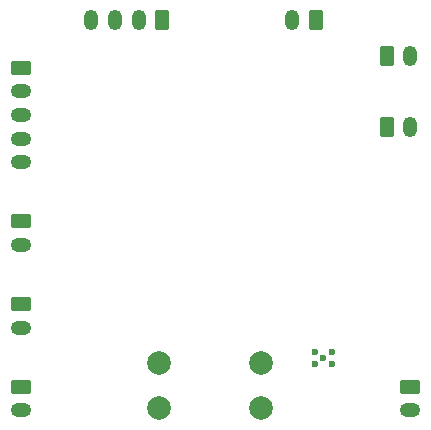
<source format=gbr>
%TF.GenerationSoftware,KiCad,Pcbnew,(7.0.0)*%
%TF.CreationDate,2023-09-18T04:22:57-04:00*%
%TF.ProjectId,Rangefinder,52616e67-6566-4696-9e64-65722e6b6963,rev?*%
%TF.SameCoordinates,Original*%
%TF.FileFunction,Soldermask,Bot*%
%TF.FilePolarity,Negative*%
%FSLAX46Y46*%
G04 Gerber Fmt 4.6, Leading zero omitted, Abs format (unit mm)*
G04 Created by KiCad (PCBNEW (7.0.0)) date 2023-09-18 04:22:57*
%MOMM*%
%LPD*%
G01*
G04 APERTURE LIST*
G04 Aperture macros list*
%AMRoundRect*
0 Rectangle with rounded corners*
0 $1 Rounding radius*
0 $2 $3 $4 $5 $6 $7 $8 $9 X,Y pos of 4 corners*
0 Add a 4 corners polygon primitive as box body*
4,1,4,$2,$3,$4,$5,$6,$7,$8,$9,$2,$3,0*
0 Add four circle primitives for the rounded corners*
1,1,$1+$1,$2,$3*
1,1,$1+$1,$4,$5*
1,1,$1+$1,$6,$7*
1,1,$1+$1,$8,$9*
0 Add four rect primitives between the rounded corners*
20,1,$1+$1,$2,$3,$4,$5,0*
20,1,$1+$1,$4,$5,$6,$7,0*
20,1,$1+$1,$6,$7,$8,$9,0*
20,1,$1+$1,$8,$9,$2,$3,0*%
G04 Aperture macros list end*
%ADD10RoundRect,0.250000X0.350000X0.625000X-0.350000X0.625000X-0.350000X-0.625000X0.350000X-0.625000X0*%
%ADD11O,1.200000X1.750000*%
%ADD12RoundRect,0.250000X-0.350000X-0.625000X0.350000X-0.625000X0.350000X0.625000X-0.350000X0.625000X0*%
%ADD13RoundRect,0.250000X-0.625000X0.350000X-0.625000X-0.350000X0.625000X-0.350000X0.625000X0.350000X0*%
%ADD14O,1.750000X1.200000*%
%ADD15C,2.010000*%
%ADD16C,0.600000*%
G04 APERTURE END LIST*
D10*
%TO.C,J5*%
X159000000Y-94000000D03*
D11*
X156999999Y-93999999D03*
%TD*%
D10*
%TO.C,J6*%
X146000000Y-94000000D03*
D11*
X143999999Y-93999999D03*
X141999999Y-93999999D03*
X139999999Y-93999999D03*
%TD*%
D12*
%TO.C,J10*%
X165000000Y-103000000D03*
D11*
X166999999Y-102999999D03*
%TD*%
D13*
%TO.C,J8*%
X134000000Y-118000000D03*
D14*
X133999999Y-119999999D03*
%TD*%
D12*
%TO.C,J4*%
X165000000Y-97000000D03*
D11*
X166999999Y-96999999D03*
%TD*%
D15*
%TO.C,J1*%
X145680000Y-123000000D03*
X145680000Y-126800000D03*
X154320000Y-126800000D03*
X154320000Y-123000000D03*
%TD*%
D13*
%TO.C,J9*%
X167000000Y-125000000D03*
D14*
X166999999Y-126999999D03*
%TD*%
D13*
%TO.C,J11*%
X134000000Y-111000000D03*
D14*
X133999999Y-112999999D03*
%TD*%
D16*
%TO.C,U2*%
X160385000Y-122050000D03*
X158885000Y-122050000D03*
X159635000Y-122550000D03*
X160385000Y-123050000D03*
X158885000Y-123050000D03*
%TD*%
D13*
%TO.C,J3*%
X134000000Y-98000000D03*
D14*
X133999999Y-99999999D03*
X133999999Y-101999999D03*
X133999999Y-103999999D03*
X133999999Y-105999999D03*
%TD*%
D13*
%TO.C,J7*%
X134000000Y-125000000D03*
D14*
X133999999Y-126999999D03*
%TD*%
M02*

</source>
